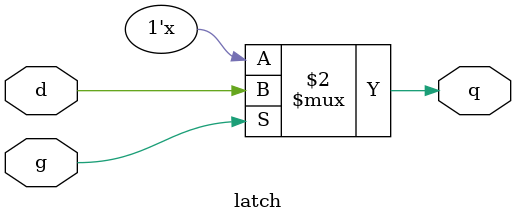
<source format=v>
module latch(q,d,g);
input d,g;
output q;
reg q;
always @(g or d)
    begin
        if(g)
            q<=d;    
    end
endmodule

</source>
